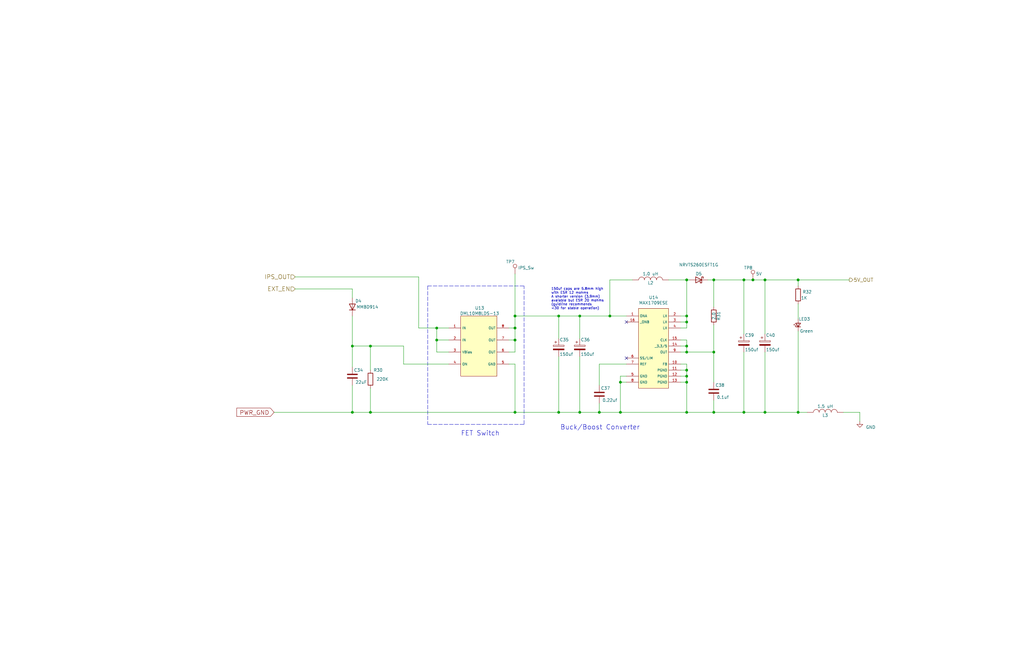
<source format=kicad_sch>
(kicad_sch (version 20210406) (generator eeschema)
  (paper "USLedger")
  (title_block (title "ConnectBox HAT using RPi CM4") (date "2021-07-22") (rev "1.3") (comment 1 "JRA"))
  (lib_symbols
    (symbol "Connector:TestPoint" (pin_numbers hide) (pin_names (offset 0.762) hide)
      (property "Reference" "TP" (at 0 6.858 0))
      (property "Value" "TestPoint" (at 0 5.08 0))
      (symbol "TestPoint_0_1"
        (circle (center 0 3.302) (radius 0.762))
      )
      (symbol "TestPoint_1_1"
        (pin passive line (at 0 0 90) (length 2.54) (name "1") (number "1"))
      )
    )
    (symbol "CustomComponents:INDUCTOR-1" (pin_numbers hide) (pin_names (offset 1.016) hide)
      (property "Reference" "L" (at -1.27 0 90))
      (property "Value" "INDUCTOR-1" (at 2.54 0 90))
      (symbol "INDUCTOR-1_0_1"
        (arc (start 0.0254 -5.0546) (end 0.0254 -2.54) (radius (at 0 -3.81) (length 1.27) (angles -88.9 88.9)))
        (arc (start 0.0254 -2.5146) (end 0.0254 0.0508) (radius (at 0 -1.2446) (length 1.2954) (angles -88.9 88.9)))
        (arc (start 0.0254 0.0254) (end 0.0254 2.5908) (radius (at 0 1.2954) (length 1.2954) (angles -88.9 88.9)))
        (arc (start 0.0254 2.5654) (end 0.0254 4.9784) (radius (at 0 3.7592) (length 1.2192) (angles -88.9 88.9)))
      )
      (symbol "INDUCTOR-1_1_1"
        (pin passive line (at 0 7.62 270) (length 2.54) (name "1") (number "1"))
        (pin passive line (at 0 -7.62 90) (length 2.54) (name "2") (number "2"))
      )
    )
    (symbol "Custom_1:DML10M8LDS-13"
      (property "Reference" "U" (at -4.445 17.145 0))
      (property "Value" "DML10M8LDS-13" (at -2.54 14.605 0))
      (symbol "DML10M8LDS-13_0_1"
        (rectangle (start -10.16 12.7) (end 5.08 -12.7) (stroke (width 0.1524)) (fill (type background)))
      )
      (symbol "DML10M8LDS-13_1_1"
        (pin input line (at -15.24 7.62 0) (length 5.08) (name "IN") (number "1"))
        (pin input line (at -15.24 2.54 0) (length 5.08) (name "IN") (number "2"))
        (pin input line (at -15.24 -2.54 0) (length 5.08) (name "VBias") (number "3"))
        (pin input line (at -15.24 -7.62 0) (length 5.08) (name "ON") (number "4"))
        (pin input line (at 10.16 -7.62 180) (length 5.08) (name "GND") (number "5"))
        (pin output line (at 10.16 -2.54 180) (length 5.08) (name "OUT") (number "6"))
        (pin output line (at 10.16 2.54 180) (length 5.08) (name "OUT") (number "7"))
        (pin output line (at 10.16 7.62 180) (length 5.08) (name "OUT") (number "8"))
      )
    )
    (symbol "Custom_1:MAX1709ESE"
      (property "Reference" "U" (at -2.54 17.78 0))
      (property "Value" "MAX1709ESE" (at 0 15.24 0))
      (symbol "MAX1709ESE_0_1"
        (rectangle (start -6.35 13.335) (end 6.35 -20.32) (stroke (width 0.1524)) (fill (type background)))
      )
      (symbol "MAX1709ESE_1_1"
        (pin input line (at -11.43 10.16 0) (length 5.08) (name "ONA") (number "1"))
        (pin input line (at 11.43 -10.16 180) (length 5.08) (name "FB") (number "10"))
        (pin input line (at 11.43 -12.7 180) (length 5.08) (name "PGND") (number "11"))
        (pin input line (at 11.43 -15.24 180) (length 5.08) (name "PGND") (number "12"))
        (pin input line (at 11.43 -17.78 180) (length 5.08) (name "PGND") (number "13"))
        (pin input line (at 11.43 -2.54 180) (length 5.08) (name "_3.3/5") (number "14"))
        (pin input line (at 11.43 0 180) (length 5.08) (name "CLK") (number "15"))
        (pin input line (at -11.43 7.62 0) (length 5.08) (name "_ONB") (number "16"))
        (pin input line (at 11.43 10.16 180) (length 5.08) (name "LX") (number "2"))
        (pin input line (at 11.43 7.62 180) (length 5.08) (name "LX") (number "3"))
        (pin input line (at 11.43 5.08 180) (length 5.08) (name "LX") (number "4"))
        (pin input line (at -11.43 -15.24 0) (length 5.08) (name "GND") (number "5"))
        (pin input line (at -11.43 -7.62 0) (length 5.08) (name "SS/LIM") (number "6"))
        (pin input line (at -11.43 -10.16 0) (length 5.08) (name "REF") (number "7"))
        (pin input line (at -11.43 -17.78 0) (length 5.08) (name "GND") (number "8"))
        (pin input line (at 11.43 -5.08 180) (length 5.08) (name "OUT") (number "9"))
      )
    )
    (symbol "Device:C" (pin_numbers hide) (pin_names (offset 0.254))
      (property "Reference" "C" (at 0.635 2.54 0))
      (property "Value" "C" (at 0.635 -2.54 0))
      (symbol "C_0_1"
        (polyline (pts (xy -2.032 -0.762) (xy 2.032 -0.762)) (stroke (width 0.508)))
        (polyline (pts (xy -2.032 0.762) (xy 2.032 0.762)) (stroke (width 0.508)))
      )
      (symbol "C_1_1"
        (pin passive line (at 0 3.81 270) (length 2.794) (name "~") (number "1"))
        (pin passive line (at 0 -3.81 90) (length 2.794) (name "~") (number "2"))
      )
    )
    (symbol "Device:CP" (pin_numbers hide) (pin_names (offset 0.254))
      (property "Reference" "C" (at 0.635 2.54 0))
      (property "Value" "CP" (at 0.635 -2.54 0))
      (symbol "CP_0_1"
        (rectangle (start -2.286 0.508) (end 2.286 1.016))
        (rectangle (start 2.286 -0.508) (end -2.286 -1.016) (fill (type outline)))
        (polyline (pts (xy -1.778 2.286) (xy -0.762 2.286)))
        (polyline (pts (xy -1.27 2.794) (xy -1.27 1.778)))
      )
      (symbol "CP_1_1"
        (pin passive line (at 0 3.81 270) (length 2.794) (name "~") (number "1"))
        (pin passive line (at 0 -3.81 90) (length 2.794) (name "~") (number "2"))
      )
    )
    (symbol "Device:D_Schottky" (pin_numbers hide) (pin_names (offset 1.016) hide)
      (property "Reference" "D" (at 0 2.54 0))
      (property "Value" "D_Schottky" (at 0 -2.54 0))
      (symbol "D_Schottky_0_1"
        (polyline (pts (xy 1.27 0) (xy -1.27 0)))
        (polyline (pts (xy 1.27 1.27) (xy 1.27 -1.27) (xy -1.27 0) (xy 1.27 1.27)) (stroke (width 0.254)))
        (polyline (pts (xy -1.905 0.635) (xy -1.905 1.27) (xy -1.27 1.27) (xy -1.27 -1.27) (xy -0.635 -1.27) (xy -0.635 -0.635)) (stroke (width 0.254)))
      )
      (symbol "D_Schottky_1_1"
        (pin passive line (at -3.81 0 0) (length 2.54) (name "K") (number "1"))
        (pin passive line (at 3.81 0 180) (length 2.54) (name "A") (number "2"))
      )
    )
    (symbol "Device:LED_Small" (pin_numbers hide) (pin_names (offset 0.254) hide)
      (property "Reference" "D" (at -1.27 3.175 0))
      (property "Value" "LED_Small" (at -4.445 -2.54 0))
      (symbol "LED_Small_0_1"
        (polyline (pts (xy -0.762 -1.016) (xy -0.762 1.016)) (stroke (width 0.254)))
        (polyline (pts (xy 1.016 0) (xy -0.762 0)))
        (polyline (pts (xy 0.762 -1.016) (xy -0.762 0) (xy 0.762 1.016) (xy 0.762 -1.016)) (stroke (width 0.254)))
        (polyline (pts (xy 0 0.762) (xy -0.508 1.27) (xy -0.254 1.27) (xy -0.508 1.27) (xy -0.508 1.016)))
        (polyline (pts (xy 0.508 1.27) (xy 0 1.778) (xy 0.254 1.778) (xy 0 1.778) (xy 0 1.524)))
      )
      (symbol "LED_Small_1_1"
        (pin passive line (at -2.54 0 0) (length 1.778) (name "K") (number "1"))
        (pin passive line (at 2.54 0 180) (length 1.778) (name "A") (number "2"))
      )
    )
    (symbol "Device:R" (pin_numbers hide) (pin_names (offset 0))
      (property "Reference" "R" (at 2.032 0 90))
      (property "Value" "R" (at 0 0 90))
      (symbol "R_0_1"
        (rectangle (start -1.016 -2.54) (end 1.016 2.54) (stroke (width 0.254)))
      )
      (symbol "R_1_1"
        (pin passive line (at 0 3.81 270) (length 1.27) (name "~") (number "1"))
        (pin passive line (at 0 -3.81 90) (length 1.27) (name "~") (number "2"))
      )
    )
    (symbol "Diode:1N914" (pin_numbers hide) (pin_names (offset 1.016) hide)
      (property "Reference" "D" (at 0 2.54 0))
      (property "Value" "1N914" (at 0 -2.54 0))
      (symbol "1N914_0_1"
        (polyline (pts (xy -1.27 1.27) (xy -1.27 -1.27)) (stroke (width 0.254)))
        (polyline (pts (xy 1.27 0) (xy -1.27 0)))
        (polyline (pts (xy 1.27 1.27) (xy 1.27 -1.27) (xy -1.27 0) (xy 1.27 1.27)) (stroke (width 0.254)))
      )
      (symbol "1N914_1_1"
        (pin passive line (at -3.81 0 0) (length 2.54) (name "K") (number "1"))
        (pin passive line (at 3.81 0 180) (length 2.54) (name "A") (number "2"))
      )
    )
    (symbol "power:GND" (power) (pin_names (offset 0))
      (property "Value" "GND" (at 0 -3.81 0))
      (symbol "GND_0_1"
        (polyline (pts (xy 0 0) (xy 0 -1.27) (xy 1.27 -1.27) (xy 0 -2.54) (xy -1.27 -1.27) (xy 0 -1.27)))
      )
      (symbol "GND_1_1"
        (pin power_in line (at 0 0 270) (length 0) hide (name "GND") (number "1"))
      )
    )
  )
  (junction (at 148.59 146.05) (diameter 1.016))
  (junction (at 148.59 173.99) (diameter 1.016))
  (junction (at 156.21 146.05) (diameter 1.016))
  (junction (at 156.21 173.99) (diameter 1.016))
  (junction (at 184.15 138.43) (diameter 1.016))
  (junction (at 184.15 143.51) (diameter 1.016))
  (junction (at 217.17 133.35) (diameter 1.016))
  (junction (at 217.17 138.43) (diameter 1.016))
  (junction (at 217.17 143.51) (diameter 1.016))
  (junction (at 217.17 173.99) (diameter 1.016))
  (junction (at 235.585 133.35) (diameter 1.016))
  (junction (at 235.585 173.99) (diameter 1.016))
  (junction (at 244.475 133.35) (diameter 1.016))
  (junction (at 244.475 173.99) (diameter 1.016))
  (junction (at 252.73 173.99) (diameter 1.016))
  (junction (at 257.175 133.35) (diameter 1.016))
  (junction (at 261.62 161.29) (diameter 1.016))
  (junction (at 261.62 173.99) (diameter 1.016))
  (junction (at 289.56 118.11) (diameter 1.016))
  (junction (at 289.56 133.35) (diameter 1.016))
  (junction (at 289.56 135.89) (diameter 1.016))
  (junction (at 289.56 146.05) (diameter 1.016))
  (junction (at 289.56 148.59) (diameter 1.016))
  (junction (at 289.56 156.21) (diameter 1.016))
  (junction (at 289.56 158.75) (diameter 1.016))
  (junction (at 289.56 161.29) (diameter 1.016))
  (junction (at 289.56 173.99) (diameter 1.016))
  (junction (at 300.99 118.11) (diameter 1.016))
  (junction (at 300.99 148.59) (diameter 1.016))
  (junction (at 300.99 173.99) (diameter 1.016))
  (junction (at 313.69 118.11) (diameter 1.016))
  (junction (at 313.69 173.99) (diameter 1.016))
  (junction (at 317.5 118.11) (diameter 1.016))
  (junction (at 322.58 118.11) (diameter 1.016))
  (junction (at 322.58 173.99) (diameter 1.016))
  (junction (at 336.55 118.11) (diameter 1.016))
  (junction (at 336.55 173.99) (diameter 1.016))
  (no_connect (at 264.16 135.89))
  (no_connect (at 264.16 151.13))
  (wire (pts (xy 115.57 173.99) (xy 148.59 173.99)))
  (wire (pts (xy 124.46 116.84) (xy 176.53 116.84)))
  (wire (pts (xy 124.46 121.92) (xy 148.59 121.92)))
  (wire (pts (xy 148.59 121.92) (xy 148.59 125.73)))
  (wire (pts (xy 148.59 133.35) (xy 148.59 146.05)))
  (wire (pts (xy 148.59 146.05) (xy 156.21 146.05)))
  (wire (pts (xy 148.59 154.94) (xy 148.59 146.05)))
  (wire (pts (xy 148.59 162.56) (xy 148.59 173.99)))
  (wire (pts (xy 156.21 146.05) (xy 170.18 146.05)))
  (wire (pts (xy 156.21 156.21) (xy 156.21 146.05)))
  (wire (pts (xy 156.21 163.83) (xy 156.21 173.99)))
  (wire (pts (xy 156.21 173.99) (xy 148.59 173.99)))
  (wire (pts (xy 156.21 173.99) (xy 217.17 173.99)))
  (wire (pts (xy 170.18 153.67) (xy 170.18 146.05)))
  (wire (pts (xy 176.53 116.84) (xy 176.53 138.43)))
  (wire (pts (xy 184.15 138.43) (xy 176.53 138.43)))
  (wire (pts (xy 184.15 143.51) (xy 184.15 138.43)))
  (wire (pts (xy 184.15 148.59) (xy 184.15 143.51)))
  (wire (pts (xy 189.23 138.43) (xy 184.15 138.43)))
  (wire (pts (xy 189.23 143.51) (xy 184.15 143.51)))
  (wire (pts (xy 189.23 148.59) (xy 184.15 148.59)))
  (wire (pts (xy 189.23 153.67) (xy 170.18 153.67)))
  (wire (pts (xy 214.63 138.43) (xy 217.17 138.43)))
  (wire (pts (xy 214.63 143.51) (xy 217.17 143.51)))
  (wire (pts (xy 214.63 148.59) (xy 217.17 148.59)))
  (wire (pts (xy 214.63 153.67) (xy 217.17 153.67)))
  (wire (pts (xy 217.17 115.57) (xy 217.17 133.35)))
  (wire (pts (xy 217.17 133.35) (xy 217.17 138.43)))
  (wire (pts (xy 217.17 133.35) (xy 235.585 133.35)))
  (wire (pts (xy 217.17 143.51) (xy 217.17 138.43)))
  (wire (pts (xy 217.17 148.59) (xy 217.17 143.51)))
  (wire (pts (xy 217.17 153.67) (xy 217.17 173.99)))
  (wire (pts (xy 217.17 173.99) (xy 235.585 173.99)))
  (wire (pts (xy 235.585 133.35) (xy 235.585 142.875)))
  (wire (pts (xy 235.585 133.35) (xy 244.475 133.35)))
  (wire (pts (xy 235.585 150.495) (xy 235.585 173.99)))
  (wire (pts (xy 235.585 173.99) (xy 244.475 173.99)))
  (wire (pts (xy 244.475 133.35) (xy 244.475 142.875)))
  (wire (pts (xy 244.475 133.35) (xy 257.175 133.35)))
  (wire (pts (xy 244.475 150.495) (xy 244.475 173.99)))
  (wire (pts (xy 244.475 173.99) (xy 252.73 173.99)))
  (wire (pts (xy 252.73 153.67) (xy 252.73 162.56)))
  (wire (pts (xy 252.73 170.18) (xy 252.73 173.99)))
  (wire (pts (xy 252.73 173.99) (xy 261.62 173.99)))
  (wire (pts (xy 257.175 118.11) (xy 257.175 133.35)))
  (wire (pts (xy 257.175 133.35) (xy 264.16 133.35)))
  (wire (pts (xy 261.62 158.75) (xy 261.62 161.29)))
  (wire (pts (xy 261.62 161.29) (xy 261.62 173.99)))
  (wire (pts (xy 261.62 161.29) (xy 264.16 161.29)))
  (wire (pts (xy 261.62 173.99) (xy 289.56 173.99)))
  (wire (pts (xy 264.16 153.67) (xy 252.73 153.67)))
  (wire (pts (xy 264.16 158.75) (xy 261.62 158.75)))
  (wire (pts (xy 266.7 118.11) (xy 257.175 118.11)))
  (wire (pts (xy 281.94 118.11) (xy 289.56 118.11)))
  (wire (pts (xy 287.02 135.89) (xy 289.56 135.89)))
  (wire (pts (xy 287.02 138.43) (xy 289.56 138.43)))
  (wire (pts (xy 287.02 143.51) (xy 289.56 143.51)))
  (wire (pts (xy 287.02 146.05) (xy 289.56 146.05)))
  (wire (pts (xy 287.02 153.67) (xy 289.56 153.67)))
  (wire (pts (xy 289.56 118.11) (xy 289.56 133.35)))
  (wire (pts (xy 289.56 118.11) (xy 290.83 118.11)))
  (wire (pts (xy 289.56 133.35) (xy 287.02 133.35)))
  (wire (pts (xy 289.56 135.89) (xy 289.56 133.35)))
  (wire (pts (xy 289.56 138.43) (xy 289.56 135.89)))
  (wire (pts (xy 289.56 143.51) (xy 289.56 146.05)))
  (wire (pts (xy 289.56 146.05) (xy 289.56 148.59)))
  (wire (pts (xy 289.56 148.59) (xy 287.02 148.59)))
  (wire (pts (xy 289.56 153.67) (xy 289.56 156.21)))
  (wire (pts (xy 289.56 156.21) (xy 287.02 156.21)))
  (wire (pts (xy 289.56 156.21) (xy 289.56 158.75)))
  (wire (pts (xy 289.56 158.75) (xy 287.02 158.75)))
  (wire (pts (xy 289.56 158.75) (xy 289.56 161.29)))
  (wire (pts (xy 289.56 161.29) (xy 287.02 161.29)))
  (wire (pts (xy 289.56 161.29) (xy 289.56 173.99)))
  (wire (pts (xy 289.56 173.99) (xy 300.99 173.99)))
  (wire (pts (xy 298.45 118.11) (xy 300.99 118.11)))
  (wire (pts (xy 300.99 118.11) (xy 300.99 129.54)))
  (wire (pts (xy 300.99 118.11) (xy 313.69 118.11)))
  (wire (pts (xy 300.99 137.16) (xy 300.99 148.59)))
  (wire (pts (xy 300.99 148.59) (xy 289.56 148.59)))
  (wire (pts (xy 300.99 148.59) (xy 300.99 161.29)))
  (wire (pts (xy 300.99 168.91) (xy 300.99 173.99)))
  (wire (pts (xy 300.99 173.99) (xy 313.69 173.99)))
  (wire (pts (xy 313.69 118.11) (xy 313.69 140.97)))
  (wire (pts (xy 313.69 118.11) (xy 317.5 118.11)))
  (wire (pts (xy 313.69 173.99) (xy 313.69 148.59)))
  (wire (pts (xy 317.5 118.11) (xy 322.58 118.11)))
  (wire (pts (xy 322.58 118.11) (xy 322.58 140.97)))
  (wire (pts (xy 322.58 118.11) (xy 336.55 118.11)))
  (wire (pts (xy 322.58 173.99) (xy 313.69 173.99)))
  (wire (pts (xy 322.58 173.99) (xy 322.58 148.59)))
  (wire (pts (xy 336.55 118.11) (xy 336.55 120.65)))
  (wire (pts (xy 336.55 118.11) (xy 358.14 118.11)))
  (wire (pts (xy 336.55 128.27) (xy 336.55 134.62)))
  (wire (pts (xy 336.55 139.7) (xy 336.55 173.99)))
  (wire (pts (xy 336.55 173.99) (xy 322.58 173.99)))
  (wire (pts (xy 336.55 173.99) (xy 340.36 173.99)))
  (wire (pts (xy 362.585 173.99) (xy 355.6 173.99)))
  (wire (pts (xy 362.585 173.99) (xy 362.585 177.8)))
  (polyline (pts (xy 180.34 120.65) (xy 180.34 179.07)) (stroke (width 0) (type dash)))
  (polyline (pts (xy 180.34 120.65) (xy 220.98 120.65)) (stroke (width 0) (type dash)))
  (polyline (pts (xy 180.34 179.07) (xy 220.98 179.07)) (stroke (width 0) (type dash)))
  (polyline (pts (xy 220.98 179.07) (xy 220.98 120.65)) (stroke (width 0) (type dash)))
  (text "FET Switch" (at 194.31 184.15 0) (effects (font (size 2.0066 2.0066)) (justify left bottom)))
  (text "150uf caps are 5.8mm high\nwith ESR 12 mohms\nA shorter version (3.9mm)\navaiable but ESR 20 mohms\n(guidline recommends \n<30 for stable operation)" (at 232.41 130.81 0) (effects (font (size 1.016 1.016)) (justify left bottom)))
  (text "Buck/Boost Converter" (at 236.22 181.61 0) (effects (font (size 2.0066 2.0066)) (justify left bottom)))
  (global_label "PWR_GND" (shape input) (at 115.57 173.99 180) (effects (font (size 1.778 1.778))) (property "Intersheet References" "${INTERSHEET_REFS}" (effects hide)))
  (hierarchical_label "IPS_OUT" (shape input) (at 124.46 116.84 180) (effects (font (size 1.778 1.778))))
  (hierarchical_label "EXT_EN" (shape input) (at 124.46 121.92 180) (effects (font (size 1.778 1.778))))
  (hierarchical_label "5V_OUT" (shape output) (at 358.14 118.11 0) (effects (font (size 1.524 1.524))))
  (symbol (lib_id "Connector:TestPoint") (at 217.17 115.57 0) (unit 1)
    (property "Reference" "TP7" (at 213.36 110.49 0) (effects (justify left)))
    (property "Value" "IPS_Sw" (at 218.44 113.03 0) (effects (justify left)))
    (property "Footprint" "TestPoint:TestPoint_THTPad_D1.5mm_Drill0.7mm" (effects hide))
  )
  (symbol (lib_id "Connector:TestPoint") (at 317.5 118.11 0) (unit 1)
    (property "Reference" "TP8" (at 313.69 113.03 0) (effects (justify left)))
    (property "Value" "5V" (at 318.77 115.57 0) (effects (justify left)))
    (property "Footprint" "TestPoint:TestPoint_THTPad_D1.5mm_Drill0.7mm" (effects hide))
  )
  (symbol (lib_id "power:GND") (at 362.585 177.8 0) (unit 1)
    (property "Reference" "#PWR0103" (effects hide))
    (property "Value" "GND" (at 367.157 180.2892 0))
  )
  (symbol (lib_id "Device:LED_Small") (at 336.55 137.16 90) (unit 1)
    (property "Reference" "LED3" (at 341.63 134.62 90) (effects (justify left)))
    (property "Value" "Green" (at 342.9 139.7 90) (effects (justify left)))
    (property "Footprint" "LED_SMD:LED_0603_1608Metric" (effects hide))
    (property "Manufacturer" "Lite-On Inc." (effects hide))
    (property "Manufacturer P/N" "LTST-C191KFKT" (effects hide))
    (property "Description" "LED GREEN CLEAR 0603 SMD" (effects hide))
    (property "DigiKey P/N" "160-1446-1-ND" (effects hide))
    (property "Type" "SMD" (effects hide))
  )
  (symbol (lib_id "Device:R") (at 156.21 160.02 0) (unit 1)
    (property "Reference" "R30" (at 157.48 156.21 0) (effects (justify left)))
    (property "Value" "220K" (at 158.75 160.02 0) (effects (justify left)))
    (property "Footprint" "Resistor_SMD:R_0603_1608Metric" (effects hide))
    (property "Manufacturer" "Yageo" (effects hide))
    (property "Manufacturer P/N" "RC0603FR-07220KL" (effects hide))
    (property "Description" "RES SMD 220K OHM 1% 1/8W 0603" (effects hide))
    (property "DigiKey P/N" "311-220KHRCT-ND" (effects hide))
    (property "Type" "SMD" (effects hide))
  )
  (symbol (lib_id "Device:R") (at 300.99 133.35 0) (unit 1)
    (property "Reference" "R31" (at 303.022 133.35 90))
    (property "Value" "2.0" (at 300.99 133.35 90))
    (property "Footprint" "Resistor_SMD:R_0603_1608Metric" (effects hide))
    (property "Manufacturer" "Yageo" (effects hide))
    (property "Manufacturer P/N" "RC0603FR-072RL" (effects hide))
    (property "Description" "RES SMD 2.0 OHM 1% 1/8W 603" (effects hide))
    (property "DigiKey P/N" "311-2.00HRCT-ND" (effects hide))
    (property "Type" "SMD" (effects hide))
  )
  (symbol (lib_id "Device:R") (at 336.55 124.46 0) (unit 1)
    (property "Reference" "R32" (at 340.36 123.19 0))
    (property "Value" "1K" (at 339.09 125.73 0))
    (property "Footprint" "Resistor_SMD:R_0603_1608Metric" (effects hide))
    (property "Manufacturer" "Yageo" (effects hide))
    (property "Manufacturer P/N" "RC0603FR-071KL" (effects hide))
    (property "Description" "RES SMD 1K OHM 1% 1/8W 0603" (effects hide))
    (property "DigiKey P/N" "311-1.00KRCT-ND" (effects hide))
    (property "Type" "SMD" (effects hide))
  )
  (symbol (lib_id "Diode:1N914") (at 148.59 129.54 90) (unit 1)
    (property "Reference" "D4" (at 151.13 127 90))
    (property "Value" "MMBD914" (at 154.94 129.54 90))
    (property "Footprint" "Diode_SMD:D_SOT-23_ANK" (effects hide))
    (property "Datasheet" "http://www.vishay.com/docs/85622/1n914.pdf" (effects hide))
    (property "Manufacturer" "ON Semiconductor" (effects hide))
    (property "Manufacturer P/N" "MMBD914LT1G" (effects hide))
    (property "Description" "DIODE GEN PURP 100V 200MA SOT23" (effects hide))
    (property "DigiKey P/N" "MMBD914LT1GOSCT-ND" (effects hide))
    (property "Type" "SMD" (effects hide))
  )
  (symbol (lib_id "Device:D_Schottky") (at 294.64 118.11 0) (mirror y) (unit 1)
    (property "Reference" "D5" (at 294.64 115.57 0))
    (property "Value" "NRVTS260ESFT1G" (at 294.64 111.76 0))
    (property "Footprint" "CustomComponents:SOD-123FL" (effects hide))
    (property "Manufacturer" "ON Semiconductor" (effects hide))
    (property "Manufacturer P/N" "NRVTS260ESFT1G" (effects hide))
    (property "Description" "DIODE SCHOTTKY 60V 2A SOD123FL" (effects hide))
    (property "DigiKey P/N" "NRVTS260ESFT1GOSCT-ND" (effects hide))
    (property "Type" "SMD" (effects hide))
  )
  (symbol (lib_id "CustomComponents:INDUCTOR-1") (at 274.32 118.11 90) (unit 1)
    (property "Reference" "L2" (at 274.32 119.38 90))
    (property "Value" "1.0 uH" (at 274.32 115.57 90))
    (property "Footprint" "Inductor_SMD:L_Taiyo-Yuden_MD-5050" (effects hide))
    (property "Manufacturer" "Murata" (effects hide))
    (property "Manufacturer P/N" "LQH5BPN1R0N38L" (effects hide))
    (property "Description" "FIXED IND 1.0 UH 7A 12 MOHM SMD" (effects hide))
    (property "DigiKey P/N" "490-16290-1-ND - Cut Tape (CT)" (effects hide))
    (property "Type" "SMD" (effects hide))
  )
  (symbol (lib_id "CustomComponents:INDUCTOR-1") (at 347.98 173.99 90) (unit 1)
    (property "Reference" "L3" (at 347.98 175.26 90))
    (property "Value" "1.5 uH" (at 347.98 171.45 90))
    (property "Footprint" "Inductor_SMD:L_Taiyo-Yuden_NR-50xx" (effects hide))
    (property "Manufacturer" "Taiyo Yuden" (effects hide))
    (property "Manufacturer P/N" "NRS5020T1R5NMGJ" (effects hide))
    (property "Description" "FIXED IND 1.5UH 3A 31.2MOHM SMD" (effects hide))
    (property "DigiKey P/N" "587-2404-1-ND" (effects hide))
    (property "Type" "SMD" (effects hide))
  )
  (symbol (lib_id "Device:C") (at 148.59 158.75 0) (unit 1)
    (property "Reference" "C34" (at 149.225 156.21 0) (effects (justify left)))
    (property "Value" "22uF" (at 149.86 161.29 0) (effects (justify left)))
    (property "Footprint" "Capacitor_SMD:C_0603_1608Metric" (effects hide))
    (property "Manufacturer" "Samsung" (effects hide))
    (property "Manufacturer P/N" "CL10A226MQ8NRNC" (effects hide))
    (property "Description" "CAP CER 22UF 6.3V X5R 0603" (effects hide))
    (property "DigiKey P/N" "1276-1193-1-ND" (effects hide))
    (property "Type" "SMD" (effects hide))
  )
  (symbol (lib_id "Device:CP") (at 235.585 146.685 0) (unit 1)
    (property "Reference" "C35" (at 235.9661 143.3841 0) (effects (justify left)))
    (property "Value" "150uf" (at 235.9661 149.4928 0) (effects (justify left)))
    (property "Footprint" "Capacitor_SMD:CP_Elec_5x3" (effects hide))
    (property "Manufacturer" "Nippon Chemi-Con" (effects hide))
    (property "Manufacturer P/N" "APXF6R3ARA151ME61G" (effects hide))
    (property "Description" "150uf, 6.3V Alum Polymer Cap" (effects hide))
    (property "DigiKey P/N" "565-4332-1-ND" (effects hide))
    (property "Type" "SMD" (effects hide))
  )
  (symbol (lib_id "Device:CP") (at 244.475 146.685 0) (unit 1)
    (property "Reference" "C36" (at 244.8561 143.3841 0) (effects (justify left)))
    (property "Value" "150uf" (at 244.8561 149.4928 0) (effects (justify left)))
    (property "Footprint" "Capacitor_SMD:CP_Elec_5x3" (effects hide))
    (property "Manufacturer" "Nippon Chemi-Con" (effects hide))
    (property "Manufacturer P/N" "APXF6R3ARA151ME61G" (effects hide))
    (property "Description" "150uf, 6.3V Alum Polymer Cap" (effects hide))
    (property "DigiKey P/N" "565-4332-1-ND" (effects hide))
    (property "Type" "SMD" (effects hide))
  )
  (symbol (lib_id "Device:C") (at 252.73 166.37 0) (unit 1)
    (property "Reference" "C37" (at 253.365 163.83 0) (effects (justify left)))
    (property "Value" "0.22uf" (at 254 168.91 0) (effects (justify left)))
    (property "Footprint" "Capacitor_SMD:C_0603_1608Metric" (effects hide))
    (property "Manufacturer" "KEMET" (effects hide))
    (property "Manufacturer P/N" "C0603C224K9PAC7867" (effects hide))
    (property "Description" "CAP CER 0.22UF 6.3V X5R 0603" (effects hide))
    (property "DigiKey P/N" "399-14969-1-ND " (effects hide))
    (property "Type" "SMD" (effects hide))
  )
  (symbol (lib_id "Device:C") (at 300.99 165.1 0) (unit 1)
    (property "Reference" "C38" (at 301.625 162.56 0) (effects (justify left)))
    (property "Value" "0.1uf" (at 302.26 167.64 0) (effects (justify left)))
    (property "Footprint" "Capacitor_SMD:C_0603_1608Metric" (effects hide))
    (property "Manufacturer" "KEMET" (effects hide))
    (property "Manufacturer P/N" "C0603C104K9PAC7867" (effects hide))
    (property "Description" "CAP CER 0.1UF 6.3V X5R 0603" (effects hide))
    (property "DigiKey P/N" "399-17575-1-ND" (effects hide))
    (property "Type" "SMD" (effects hide))
  )
  (symbol (lib_id "Device:CP") (at 313.69 144.78 0) (unit 1)
    (property "Reference" "C39" (at 314.0711 141.4791 0) (effects (justify left)))
    (property "Value" "150uf" (at 314.0711 147.5878 0) (effects (justify left)))
    (property "Footprint" "Capacitor_SMD:CP_Elec_5x3" (effects hide))
    (property "Manufacturer" "Nippon Chemi-Con" (effects hide))
    (property "Manufacturer P/N" "APXF6R3ARA151ME61G" (effects hide))
    (property "Description" "150uf, 6.3V Alum Polymer Cap" (effects hide))
    (property "DigiKey P/N" "565-4332-1-ND" (effects hide))
    (property "Type" "SMD" (effects hide))
  )
  (symbol (lib_id "Device:CP") (at 322.58 144.78 0) (unit 1)
    (property "Reference" "C40" (at 322.9611 141.4791 0) (effects (justify left)))
    (property "Value" "150uf" (at 322.9611 147.5878 0) (effects (justify left)))
    (property "Footprint" "Capacitor_SMD:CP_Elec_5x3" (effects hide))
    (property "Manufacturer" "Nippon Chemi-Con" (effects hide))
    (property "Manufacturer P/N" "APXF6R3ARA151ME61G" (effects hide))
    (property "Description" "150uf, 6.3V Alum Polymer Cap" (effects hide))
    (property "DigiKey P/N" "565-4332-1-ND" (effects hide))
    (property "Type" "SMD" (effects hide))
  )
  (symbol (lib_id "Custom_1:DML10M8LDS-13") (at 204.47 146.05 0) (unit 1)
    (property "Reference" "U13" (at 202.2475 129.9676 0))
    (property "Value" "DML10M8LDS-13" (at 202.2475 132.2663 0))
    (property "Footprint" "CustomComponents:DML10M8LDS-13" (effects hide))
    (property "Manufacturer" "Diodes Inc" (effects hide))
    (property "Manufacturer P/N" "DML10M8LDS-13" (effects hide))
    (property "Description" "IC PWR SWITCH, 6A, N-CHAN 1:1 8VDFN" (effects hide))
    (property "DigiKey P/N" "DML10M8LDS-13DICT-ND" (effects hide))
    (property "Type" "SMD" (effects hide))
  )
  (symbol (lib_id "Custom_1:MAX1709ESE") (at 275.59 143.51 0) (unit 1)
    (property "Reference" "U14" (at 275.59 125.5226 0))
    (property "Value" "MAX1709ESE" (at 275.59 127.8213 0))
    (property "Footprint" "Package_SO:SOP-16_3.9x9.9mm_P1.27mm" (effects hide))
    (property "Manufacturer" "Maxim" (effects hide))
    (property "Manufacturer P/N" "MAX1709ESE" (effects hide))
    (property "Description" "STEP-UP DC-DC CONVERTER" (effects hide))
    (property "Type" "SMD" (effects hide))
  )
)
</source>
